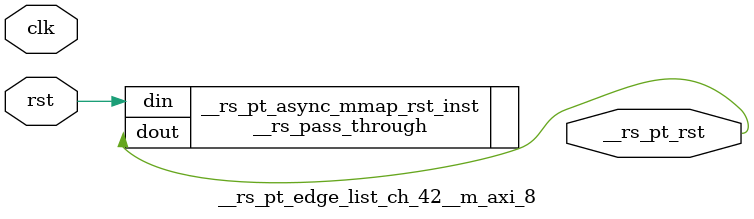
<source format=v>
`timescale 1 ns / 1 ps
/**   Generated by RapidStream   **/
module __rs_pt_edge_list_ch_42__m_axi_8 #(
    parameter BufferSize         = 32,
    parameter BufferSizeLog      = 5,
    parameter AddrWidth          = 64,
    parameter AxiSideAddrWidth   = 64,
    parameter DataWidth          = 512,
    parameter DataWidthBytesLog  = 6,
    parameter WaitTimeWidth      = 4,
    parameter BurstLenWidth      = 8,
    parameter EnableReadChannel  = 1,
    parameter EnableWriteChannel = 1,
    parameter MaxWaitTime        = 3,
    parameter MaxBurstLen        = 15
) (
    output wire __rs_pt_rst,
    input wire  clk,
    input wire  rst
);




__rs_pass_through #(
    .WIDTH (1)
) __rs_pt_async_mmap_rst_inst /**   Generated by RapidStream   **/ (
    .din  (rst),
    .dout (__rs_pt_rst)
);

endmodule  // __rs_pt_edge_list_ch_42__m_axi_8
</source>
